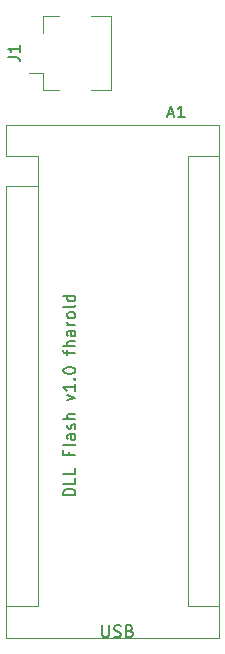
<source format=gbr>
%TF.GenerationSoftware,KiCad,Pcbnew,(5.1.6-0-10_14)*%
%TF.CreationDate,2021-01-01T01:40:26+01:00*%
%TF.ProjectId,flash,666c6173-682e-46b6-9963-61645f706362,rev?*%
%TF.SameCoordinates,Original*%
%TF.FileFunction,Legend,Top*%
%TF.FilePolarity,Positive*%
%FSLAX46Y46*%
G04 Gerber Fmt 4.6, Leading zero omitted, Abs format (unit mm)*
G04 Created by KiCad (PCBNEW (5.1.6-0-10_14)) date 2021-01-01 01:40:26*
%MOMM*%
%LPD*%
G01*
G04 APERTURE LIST*
%ADD10C,0.150000*%
%ADD11C,0.120000*%
G04 APERTURE END LIST*
D10*
X20738095Y-65452380D02*
X20738095Y-66261904D01*
X20785714Y-66357142D01*
X20833333Y-66404761D01*
X20928571Y-66452380D01*
X21119047Y-66452380D01*
X21214285Y-66404761D01*
X21261904Y-66357142D01*
X21309523Y-66261904D01*
X21309523Y-65452380D01*
X21738095Y-66404761D02*
X21880952Y-66452380D01*
X22119047Y-66452380D01*
X22214285Y-66404761D01*
X22261904Y-66357142D01*
X22309523Y-66261904D01*
X22309523Y-66166666D01*
X22261904Y-66071428D01*
X22214285Y-66023809D01*
X22119047Y-65976190D01*
X21928571Y-65928571D01*
X21833333Y-65880952D01*
X21785714Y-65833333D01*
X21738095Y-65738095D01*
X21738095Y-65642857D01*
X21785714Y-65547619D01*
X21833333Y-65500000D01*
X21928571Y-65452380D01*
X22166666Y-65452380D01*
X22309523Y-65500000D01*
X23071428Y-65928571D02*
X23214285Y-65976190D01*
X23261904Y-66023809D01*
X23309523Y-66119047D01*
X23309523Y-66261904D01*
X23261904Y-66357142D01*
X23214285Y-66404761D01*
X23119047Y-66452380D01*
X22738095Y-66452380D01*
X22738095Y-65452380D01*
X23071428Y-65452380D01*
X23166666Y-65500000D01*
X23214285Y-65547619D01*
X23261904Y-65642857D01*
X23261904Y-65738095D01*
X23214285Y-65833333D01*
X23166666Y-65880952D01*
X23071428Y-65928571D01*
X22738095Y-65928571D01*
X18452380Y-54452380D02*
X17452380Y-54452380D01*
X17452380Y-54214285D01*
X17500000Y-54071428D01*
X17595238Y-53976190D01*
X17690476Y-53928571D01*
X17880952Y-53880952D01*
X18023809Y-53880952D01*
X18214285Y-53928571D01*
X18309523Y-53976190D01*
X18404761Y-54071428D01*
X18452380Y-54214285D01*
X18452380Y-54452380D01*
X18452380Y-52976190D02*
X18452380Y-53452380D01*
X17452380Y-53452380D01*
X18452380Y-52166666D02*
X18452380Y-52642857D01*
X17452380Y-52642857D01*
X17928571Y-50738095D02*
X17928571Y-51071428D01*
X18452380Y-51071428D02*
X17452380Y-51071428D01*
X17452380Y-50595238D01*
X18452380Y-50071428D02*
X18404761Y-50166666D01*
X18309523Y-50214285D01*
X17452380Y-50214285D01*
X18452380Y-49261904D02*
X17928571Y-49261904D01*
X17833333Y-49309523D01*
X17785714Y-49404761D01*
X17785714Y-49595238D01*
X17833333Y-49690476D01*
X18404761Y-49261904D02*
X18452380Y-49357142D01*
X18452380Y-49595238D01*
X18404761Y-49690476D01*
X18309523Y-49738095D01*
X18214285Y-49738095D01*
X18119047Y-49690476D01*
X18071428Y-49595238D01*
X18071428Y-49357142D01*
X18023809Y-49261904D01*
X18404761Y-48833333D02*
X18452380Y-48738095D01*
X18452380Y-48547619D01*
X18404761Y-48452380D01*
X18309523Y-48404761D01*
X18261904Y-48404761D01*
X18166666Y-48452380D01*
X18119047Y-48547619D01*
X18119047Y-48690476D01*
X18071428Y-48785714D01*
X17976190Y-48833333D01*
X17928571Y-48833333D01*
X17833333Y-48785714D01*
X17785714Y-48690476D01*
X17785714Y-48547619D01*
X17833333Y-48452380D01*
X18452380Y-47976190D02*
X17452380Y-47976190D01*
X18452380Y-47547619D02*
X17928571Y-47547619D01*
X17833333Y-47595238D01*
X17785714Y-47690476D01*
X17785714Y-47833333D01*
X17833333Y-47928571D01*
X17880952Y-47976190D01*
X17785714Y-46404761D02*
X18452380Y-46166666D01*
X17785714Y-45928571D01*
X18452380Y-45023809D02*
X18452380Y-45595238D01*
X18452380Y-45309523D02*
X17452380Y-45309523D01*
X17595238Y-45404761D01*
X17690476Y-45500000D01*
X17738095Y-45595238D01*
X18357142Y-44595238D02*
X18404761Y-44547619D01*
X18452380Y-44595238D01*
X18404761Y-44642857D01*
X18357142Y-44595238D01*
X18452380Y-44595238D01*
X17452380Y-43928571D02*
X17452380Y-43833333D01*
X17500000Y-43738095D01*
X17547619Y-43690476D01*
X17642857Y-43642857D01*
X17833333Y-43595238D01*
X18071428Y-43595238D01*
X18261904Y-43642857D01*
X18357142Y-43690476D01*
X18404761Y-43738095D01*
X18452380Y-43833333D01*
X18452380Y-43928571D01*
X18404761Y-44023809D01*
X18357142Y-44071428D01*
X18261904Y-44119047D01*
X18071428Y-44166666D01*
X17833333Y-44166666D01*
X17642857Y-44119047D01*
X17547619Y-44071428D01*
X17500000Y-44023809D01*
X17452380Y-43928571D01*
X17785714Y-42547619D02*
X17785714Y-42166666D01*
X18452380Y-42404761D02*
X17595238Y-42404761D01*
X17500000Y-42357142D01*
X17452380Y-42261904D01*
X17452380Y-42166666D01*
X18452380Y-41833333D02*
X17452380Y-41833333D01*
X18452380Y-41404761D02*
X17928571Y-41404761D01*
X17833333Y-41452380D01*
X17785714Y-41547619D01*
X17785714Y-41690476D01*
X17833333Y-41785714D01*
X17880952Y-41833333D01*
X18452380Y-40500000D02*
X17928571Y-40500000D01*
X17833333Y-40547619D01*
X17785714Y-40642857D01*
X17785714Y-40833333D01*
X17833333Y-40928571D01*
X18404761Y-40500000D02*
X18452380Y-40595238D01*
X18452380Y-40833333D01*
X18404761Y-40928571D01*
X18309523Y-40976190D01*
X18214285Y-40976190D01*
X18119047Y-40928571D01*
X18071428Y-40833333D01*
X18071428Y-40595238D01*
X18023809Y-40500000D01*
X18452380Y-40023809D02*
X17785714Y-40023809D01*
X17976190Y-40023809D02*
X17880952Y-39976190D01*
X17833333Y-39928571D01*
X17785714Y-39833333D01*
X17785714Y-39738095D01*
X18452380Y-39261904D02*
X18404761Y-39357142D01*
X18357142Y-39404761D01*
X18261904Y-39452380D01*
X17976190Y-39452380D01*
X17880952Y-39404761D01*
X17833333Y-39357142D01*
X17785714Y-39261904D01*
X17785714Y-39119047D01*
X17833333Y-39023809D01*
X17880952Y-38976190D01*
X17976190Y-38928571D01*
X18261904Y-38928571D01*
X18357142Y-38976190D01*
X18404761Y-39023809D01*
X18452380Y-39119047D01*
X18452380Y-39261904D01*
X18452380Y-38357142D02*
X18404761Y-38452380D01*
X18309523Y-38500000D01*
X17452380Y-38500000D01*
X18452380Y-37547619D02*
X17452380Y-37547619D01*
X18404761Y-37547619D02*
X18452380Y-37642857D01*
X18452380Y-37833333D01*
X18404761Y-37928571D01*
X18357142Y-37976190D01*
X18261904Y-38023809D01*
X17976190Y-38023809D01*
X17880952Y-37976190D01*
X17833333Y-37928571D01*
X17785714Y-37833333D01*
X17785714Y-37642857D01*
X17833333Y-37547619D01*
D11*
%TO.C,A1*%
X30640000Y-23060000D02*
X12600000Y-23060000D01*
X30640000Y-66500000D02*
X30640000Y-23060000D01*
X12600000Y-66500000D02*
X30640000Y-66500000D01*
X15270000Y-63830000D02*
X12600000Y-63830000D01*
X15270000Y-28270000D02*
X15270000Y-63830000D01*
X15270000Y-28270000D02*
X12600000Y-28270000D01*
X27970000Y-63830000D02*
X30640000Y-63830000D01*
X27970000Y-25730000D02*
X27970000Y-63830000D01*
X27970000Y-25730000D02*
X30640000Y-25730000D01*
X12600000Y-23060000D02*
X12600000Y-25730000D01*
X12600000Y-28270000D02*
X12600000Y-66500000D01*
X15270000Y-25730000D02*
X12600000Y-25730000D01*
X15270000Y-28270000D02*
X15270000Y-25730000D01*
%TO.C,J1*%
X15700000Y-18660000D02*
X14500000Y-18660000D01*
X21500000Y-13850000D02*
X19760000Y-13850000D01*
X21500000Y-20150000D02*
X21500000Y-13850000D01*
X19760000Y-20150000D02*
X21500000Y-20150000D01*
X15700000Y-13850000D02*
X17040000Y-13850000D01*
X15700000Y-15340000D02*
X15700000Y-13850000D01*
X15700000Y-20150000D02*
X17040000Y-20150000D01*
X15700000Y-18660000D02*
X15700000Y-20150000D01*
%TO.C,A1*%
D10*
X26285714Y-22166666D02*
X26761904Y-22166666D01*
X26190476Y-22452380D02*
X26523809Y-21452380D01*
X26857142Y-22452380D01*
X27714285Y-22452380D02*
X27142857Y-22452380D01*
X27428571Y-22452380D02*
X27428571Y-21452380D01*
X27333333Y-21595238D01*
X27238095Y-21690476D01*
X27142857Y-21738095D01*
%TO.C,J1*%
X12752380Y-17333333D02*
X13466666Y-17333333D01*
X13609523Y-17380952D01*
X13704761Y-17476190D01*
X13752380Y-17619047D01*
X13752380Y-17714285D01*
X13752380Y-16333333D02*
X13752380Y-16904761D01*
X13752380Y-16619047D02*
X12752380Y-16619047D01*
X12895238Y-16714285D01*
X12990476Y-16809523D01*
X13038095Y-16904761D01*
%TD*%
M02*

</source>
